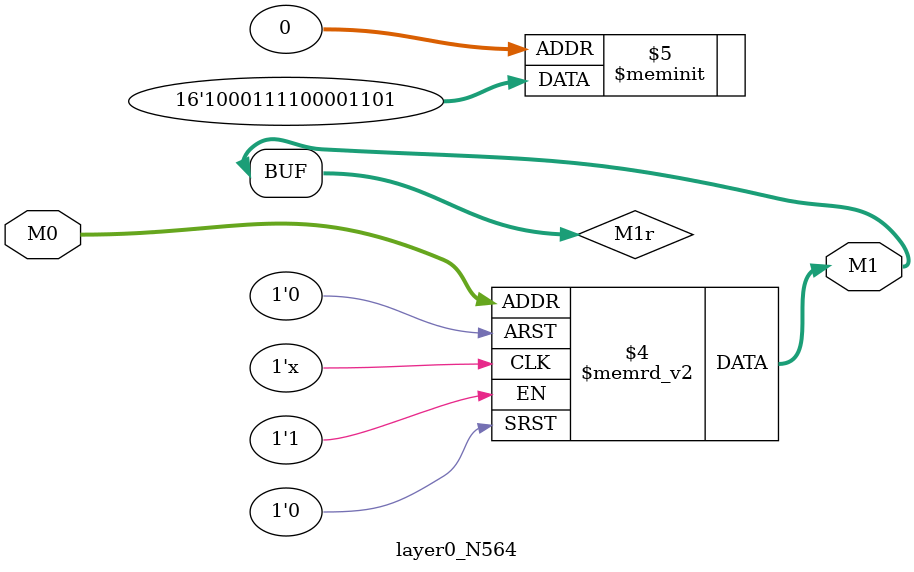
<source format=v>
module layer0_N564 ( input [2:0] M0, output [1:0] M1 );

	(*rom_style = "distributed" *) reg [1:0] M1r;
	assign M1 = M1r;
	always @ (M0) begin
		case (M0)
			3'b000: M1r = 2'b01;
			3'b100: M1r = 2'b11;
			3'b010: M1r = 2'b00;
			3'b110: M1r = 2'b00;
			3'b001: M1r = 2'b11;
			3'b101: M1r = 2'b11;
			3'b011: M1r = 2'b00;
			3'b111: M1r = 2'b10;

		endcase
	end
endmodule

</source>
